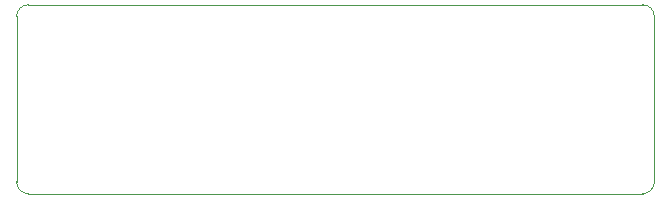
<source format=gbr>
%TF.GenerationSoftware,KiCad,Pcbnew,(6.0.0)*%
%TF.CreationDate,2022-08-06T01:30:50-04:00*%
%TF.ProjectId,port PWR extention,706f7274-2050-4575-9220-657874656e74,rev?*%
%TF.SameCoordinates,Original*%
%TF.FileFunction,Profile,NP*%
%FSLAX46Y46*%
G04 Gerber Fmt 4.6, Leading zero omitted, Abs format (unit mm)*
G04 Created by KiCad (PCBNEW (6.0.0)) date 2022-08-06 01:30:50*
%MOMM*%
%LPD*%
G01*
G04 APERTURE LIST*
%TA.AperFunction,Profile*%
%ADD10C,0.100000*%
%TD*%
G04 APERTURE END LIST*
D10*
X74000000Y-19000000D02*
X74000000Y-33000000D01*
X74000000Y-19000000D02*
G75*
G03*
X73000000Y-18000000I-1000003J-3D01*
G01*
X73000000Y-34000000D02*
G75*
G03*
X74000000Y-33000000I-3J1000003D01*
G01*
X20000000Y-33000000D02*
G75*
G03*
X21000000Y-34000000I1000003J3D01*
G01*
X21000000Y-34000000D02*
X73000000Y-34000000D01*
X20000000Y-19000000D02*
X20000000Y-33000000D01*
X21000000Y-18000003D02*
G75*
G03*
X20000000Y-19000000I-3J-999997D01*
G01*
X21000000Y-18000000D02*
X73000000Y-18000000D01*
M02*

</source>
